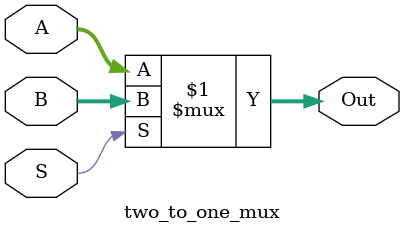
<source format=v>
/* Ali Alaoui - alaoui */

`timescale 1ns / 1ps
`default_nettype none

module lc4_divider(input  wire [15:0] i_dividend,
                   input  wire [15:0] i_divisor,
                   output wire [15:0] o_remainder,
                   output wire [15:0] o_quotient);

      /*** YOUR CODE HERE ***/

      /* each variable is output for i-th divider */
      wire [15:0] dividend1;
      wire [15:0] dividend2;
      wire [15:0] dividend3;
      wire [15:0] dividend4;
      wire [15:0] dividend5;
      wire [15:0] dividend6;
      wire [15:0] dividend7;
      wire [15:0] dividend8;
      wire [15:0] dividend9;
      wire [15:0] dividend10;
      wire [15:0] dividend11;
      wire [15:0] dividend12;
      wire [15:0] dividend13;
      wire [15:0] dividend14;
      wire [15:0] dividend15;
      wire [15:0] dividend16;
      
      wire [15:0] quotient1;
      wire [15:0] quotient2;
      wire [15:0] quotient3;
      wire [15:0] quotient4;
      wire [15:0] quotient5;
      wire [15:0] quotient6;
      wire [15:0] quotient7;
      wire [15:0] quotient8;
      wire [15:0] quotient9;
      wire [15:0] quotient10;
      wire [15:0] quotient11;
      wire [15:0] quotient12;
      wire [15:0] quotient13;
      wire [15:0] quotient14;
      wire [15:0] quotient15;
      wire [15:0] quotient16;

      wire [15:0] remainder1;
      wire [15:0] remainder2;
      wire [15:0] remainder3;
      wire [15:0] remainder4;
      wire [15:0] remainder5;
      wire [15:0] remainder6;
      wire [15:0] remainder7;
      wire [15:0] remainder8;
      wire [15:0] remainder9;
      wire [15:0] remainder10;
      wire [15:0] remainder11;
      wire [15:0] remainder12;
      wire [15:0] remainder13;
      wire [15:0] remainder14;
      wire [15:0] remainder15;
      wire [15:0] remainder16;

      lc4_divider_one_iter divider1(.i_dividend(i_dividend), .i_divisor(i_divisor), .i_remainder(1'b0), .i_quotient(1'b0),
                                    .o_dividend(dividend1), .o_remainder(remainder1), .o_quotient(quotient1));
      
      lc4_divider_one_iter divider2(.i_dividend(dividend1), .i_divisor(i_divisor), .i_remainder(remainder1), .i_quotient(quotient1),
                                    .o_dividend(dividend2), .o_remainder(remainder2), .o_quotient(quotient2));

      lc4_divider_one_iter divider3(.i_dividend(dividend2), .i_divisor(i_divisor), .i_remainder(remainder2), .i_quotient(quotient2),
                                    .o_dividend(dividend3), .o_remainder(remainder3), .o_quotient(quotient3));

      lc4_divider_one_iter divider4(.i_dividend(dividend3), .i_divisor(i_divisor), .i_remainder(remainder3), .i_quotient(quotient3),
                                    .o_dividend(dividend4), .o_remainder(remainder4), .o_quotient(quotient4));

      lc4_divider_one_iter divider5(.i_dividend(dividend4), .i_divisor(i_divisor), .i_remainder(remainder4), .i_quotient(quotient4),
                                    .o_dividend(dividend5), .o_remainder(remainder5), .o_quotient(quotient5));

      lc4_divider_one_iter divider6(.i_dividend(dividend5), .i_divisor(i_divisor), .i_remainder(remainder5), .i_quotient(quotient5),
                                    .o_dividend(dividend6), .o_remainder(remainder6), .o_quotient(quotient6));

      lc4_divider_one_iter divider7(.i_dividend(dividend6), .i_divisor(i_divisor), .i_remainder(remainder6), .i_quotient(quotient6),
                                    .o_dividend(dividend7), .o_remainder(remainder7), .o_quotient(quotient7));
      
      lc4_divider_one_iter divider8(.i_dividend(dividend7), .i_divisor(i_divisor), .i_remainder(remainder7), .i_quotient(quotient7),
                                    .o_dividend(dividend8), .o_remainder(remainder8), .o_quotient(quotient8));

      lc4_divider_one_iter divider9(.i_dividend(dividend8), .i_divisor(i_divisor), .i_remainder(remainder8), .i_quotient(quotient8),
                                    .o_dividend(dividend9), .o_remainder(remainder9), .o_quotient(quotient9));

      lc4_divider_one_iter divider10(.i_dividend(dividend9), .i_divisor(i_divisor), .i_remainder(remainder9), .i_quotient(quotient9),
                                    .o_dividend(dividend10), .o_remainder(remainder10), .o_quotient(quotient10));

      lc4_divider_one_iter divider11(.i_dividend(dividend10), .i_divisor(i_divisor), .i_remainder(remainder10), .i_quotient(quotient10),
                                    .o_dividend(dividend11), .o_remainder(remainder11), .o_quotient(quotient11));

      lc4_divider_one_iter divider12(.i_dividend(dividend11), .i_divisor(i_divisor), .i_remainder(remainder11), .i_quotient(quotient11),
                                    .o_dividend(dividend12), .o_remainder(remainder12), .o_quotient(quotient12));

      lc4_divider_one_iter divider13(.i_dividend(dividend12), .i_divisor(i_divisor), .i_remainder(remainder12), .i_quotient(quotient12),
                                    .o_dividend(dividend13), .o_remainder(remainder13), .o_quotient(quotient13));

      lc4_divider_one_iter divider14(.i_dividend(dividend13), .i_divisor(i_divisor), .i_remainder(remainder13), .i_quotient(quotient13),
                                    .o_dividend(dividend14), .o_remainder(remainder14), .o_quotient(quotient14));

      lc4_divider_one_iter divider15(.i_dividend(dividend14), .i_divisor(i_divisor), .i_remainder(remainder14), .i_quotient(quotient14),
                                    .o_dividend(dividend15), .o_remainder(remainder15), .o_quotient(quotient15));

      lc4_divider_one_iter divider16(.i_dividend(dividend15), .i_divisor(i_divisor), .i_remainder(remainder15), .i_quotient(quotient15),
                                    .o_dividend(dividend16), .o_remainder(remainder16), .o_quotient(quotient16));

      assign o_remainder = (i_divisor == 0) ? 1'b0 : remainder16;
      assign o_quotient = (i_divisor == 0) ? 1'b0 : quotient16;


endmodule // lc4_divider

module lc4_divider_one_iter(input  wire [15:0] i_dividend,
                            input  wire [15:0] i_divisor,
                            input  wire [15:0] i_remainder,
                            input  wire [15:0] i_quotient,
                            output wire [15:0] o_dividend,
                            output wire [15:0] o_remainder,
                            output wire [15:0] o_quotient);

      /*** YOUR CODE HERE ***/
      wire [15:0] remainder_new;
      wire [15:0] remainderMinusDiv; 
      wire Sel;

      assign remainder_new = (i_remainder << 1) | ((i_dividend >> 4'd15) & 1);
      assign remainderMinusDiv = remainder_new - i_divisor;

      assign Sel = (remainder_new < i_divisor) ? 1'b1 : 1'b0;

      assign o_dividend = i_dividend << 1'b1;
      assign o_remainder = Sel ? remainder_new : remainderMinusDiv;
      assign o_quotient = Sel ? (i_quotient << 1'b1) : ((i_quotient << 1'b1) | 1'b1);


endmodule

module two_to_one_mux(input wire S,
                      input wire [15:0] A,
                      input wire [15:0] B,
                      output wire [15:0] Out);
      
      assign Out = S ? B : A;

endmodule
</source>
